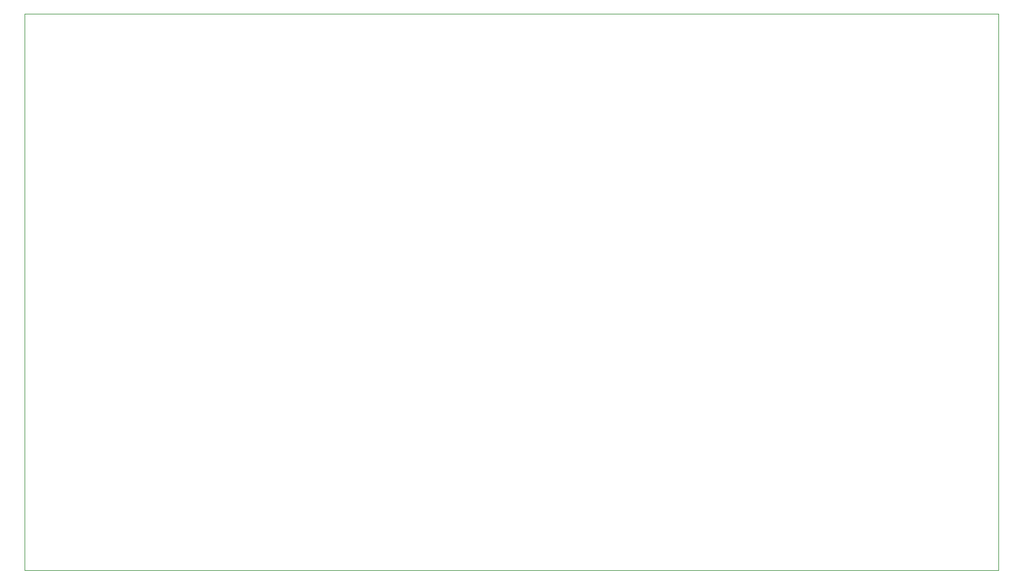
<source format=gbr>
%TF.GenerationSoftware,KiCad,Pcbnew,9.0.0*%
%TF.CreationDate,2025-03-07T14:01:18-07:00*%
%TF.ProjectId,Cntrlr-Turnout,436e7472-6c72-42d5-9475-726e6f75742e,rev?*%
%TF.SameCoordinates,Original*%
%TF.FileFunction,Profile,NP*%
%FSLAX46Y46*%
G04 Gerber Fmt 4.6, Leading zero omitted, Abs format (unit mm)*
G04 Created by KiCad (PCBNEW 9.0.0) date 2025-03-07 14:01:18*
%MOMM*%
%LPD*%
G01*
G04 APERTURE LIST*
%TA.AperFunction,Profile*%
%ADD10C,0.050000*%
%TD*%
G04 APERTURE END LIST*
D10*
X78000000Y-129500000D02*
X78000000Y-51000000D01*
X215500000Y-129500000D02*
X78000000Y-129500000D01*
X78000000Y-51000000D02*
X215500000Y-51000000D01*
X215500000Y-51000000D02*
X215500000Y-129500000D01*
M02*

</source>
